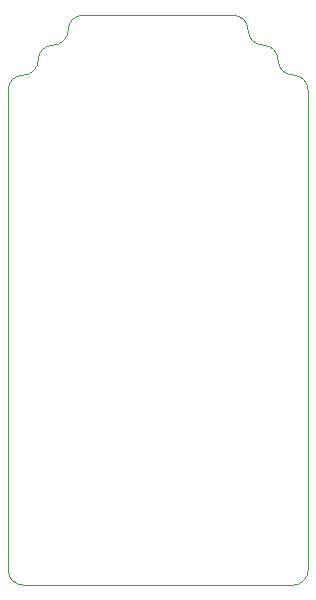
<source format=gko>
G04 #@! TF.FileFunction,Profile,NP*
%FSLAX46Y46*%
G04 Gerber Fmt 4.6, Leading zero omitted, Abs format (unit mm)*
G04 Created by KiCad (PCBNEW 4.0.7) date 02/16/20 19:37:13*
%MOMM*%
%LPD*%
G01*
G04 APERTURE LIST*
%ADD10C,0.150000*%
%ADD11C,0.100000*%
G04 APERTURE END LIST*
D10*
D11*
X133350000Y-96520000D02*
G75*
G03X134620000Y-95250000I0J1270000D01*
G01*
X152400000Y-97790000D02*
G75*
G03X153670000Y-99060000I1270000J0D01*
G01*
X135890000Y-93980000D02*
X148590000Y-93980000D01*
X129540000Y-140970000D02*
X129540000Y-100330000D01*
X153670000Y-142240000D02*
X130810000Y-142240000D01*
X154940000Y-100330000D02*
X154940000Y-140970000D01*
X149860000Y-95250000D02*
G75*
G03X151130000Y-96520000I1270000J0D01*
G01*
X130810000Y-99060000D02*
G75*
G03X132080000Y-97790000I0J1270000D01*
G01*
X152400000Y-97790000D02*
G75*
G03X151130000Y-96520000I-1270000J0D01*
G01*
X149860000Y-95250000D02*
G75*
G03X148590000Y-93980000I-1270000J0D01*
G01*
X135890000Y-93980000D02*
G75*
G03X134620000Y-95250000I0J-1270000D01*
G01*
X133350000Y-96520000D02*
G75*
G03X132080000Y-97790000I0J-1270000D01*
G01*
X130810000Y-99060000D02*
G75*
G03X129540000Y-100330000I0J-1270000D01*
G01*
X154940000Y-100330000D02*
G75*
G03X153670000Y-99060000I-1270000J0D01*
G01*
X129540000Y-140970000D02*
G75*
G03X130810000Y-142240000I1270000J0D01*
G01*
X153670000Y-142240000D02*
G75*
G03X154940000Y-140970000I0J1270000D01*
G01*
M02*

</source>
